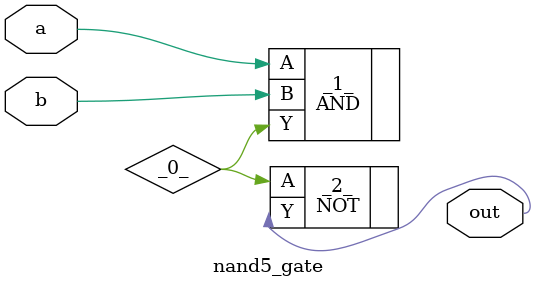
<source format=v>
/* Generated by Yosys 0.41+83 (git sha1 7045cf509, x86_64-w64-mingw32-g++ 13.2.1 -Os) */

/* cells_not_processed =  1  */
/* src = "nand5_gate.v:2.1-10.10" */
module nand5_gate(a, b, out);
  wire _0_;
  /* src = "nand5_gate.v:3.9-3.10" */
  input a;
  wire a;
  /* src = "nand5_gate.v:4.9-4.10" */
  input b;
  wire b;
  /* src = "nand5_gate.v:5.10-5.13" */
  output out;
  wire out;
  AND _1_ (
    .A(a),
    .B(b),
    .Y(_0_)
  );
  NOT _2_ (
    .A(_0_),
    .Y(out)
  );
endmodule

</source>
